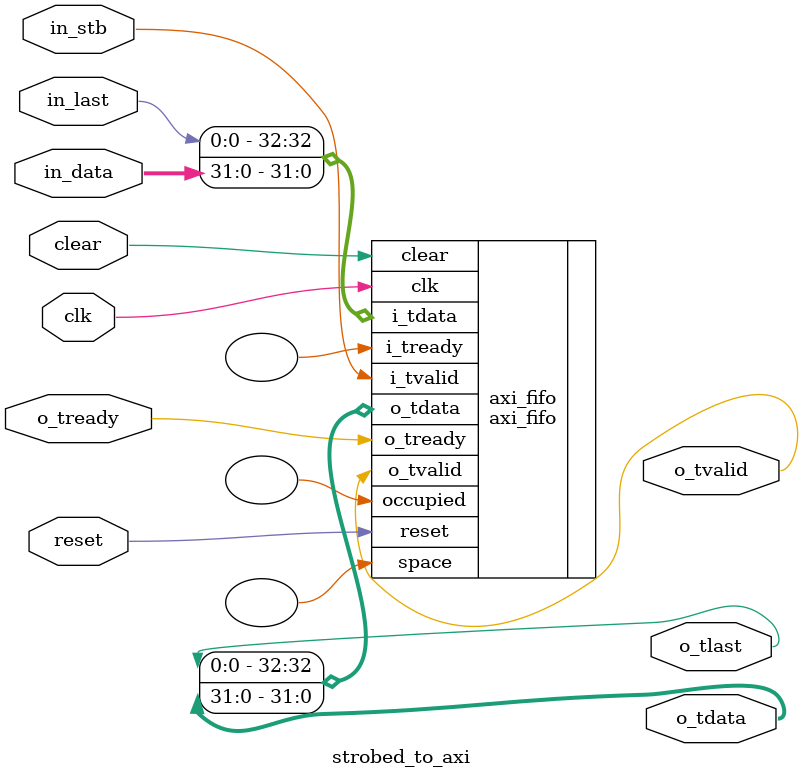
<source format=v>

module strobed_to_axi #(
  parameter WIDTH = 32,
  parameter FIFO_SIZE = 1
)(
  input clk, input reset, input clear,
  input in_stb, input [WIDTH-1:0] in_data, input in_last,
  output [WIDTH-1:0] o_tdata, output o_tlast, output o_tvalid, input o_tready
);

  axi_fifo #(.WIDTH(WIDTH+1), .SIZE(FIFO_SIZE)) axi_fifo (
    .clk(clk), .reset(reset), .clear(clear),
    .i_tdata({in_last,in_data}), .i_tvalid(in_stb), .i_tready(),
    .o_tdata({o_tlast,o_tdata}), .o_tvalid(o_tvalid), .o_tready(o_tready),
    .space(), .occupied());
endmodule
</source>
